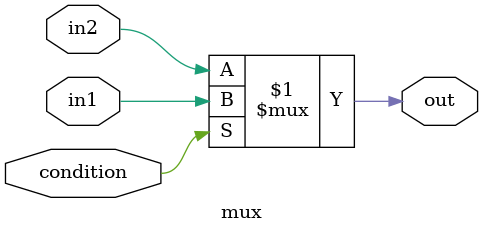
<source format=sv>
module mux #(parameter DATA_WIDTH = 1) (
  input [DATA_WIDTH-1:0] in1,
  input [DATA_WIDTH-1:0] in2,
  input                  condition,

  output [DATA_WIDTH-1:0] out
  );

  assign out = (condition) ? in1 : in2;
endmodule : mux

</source>
